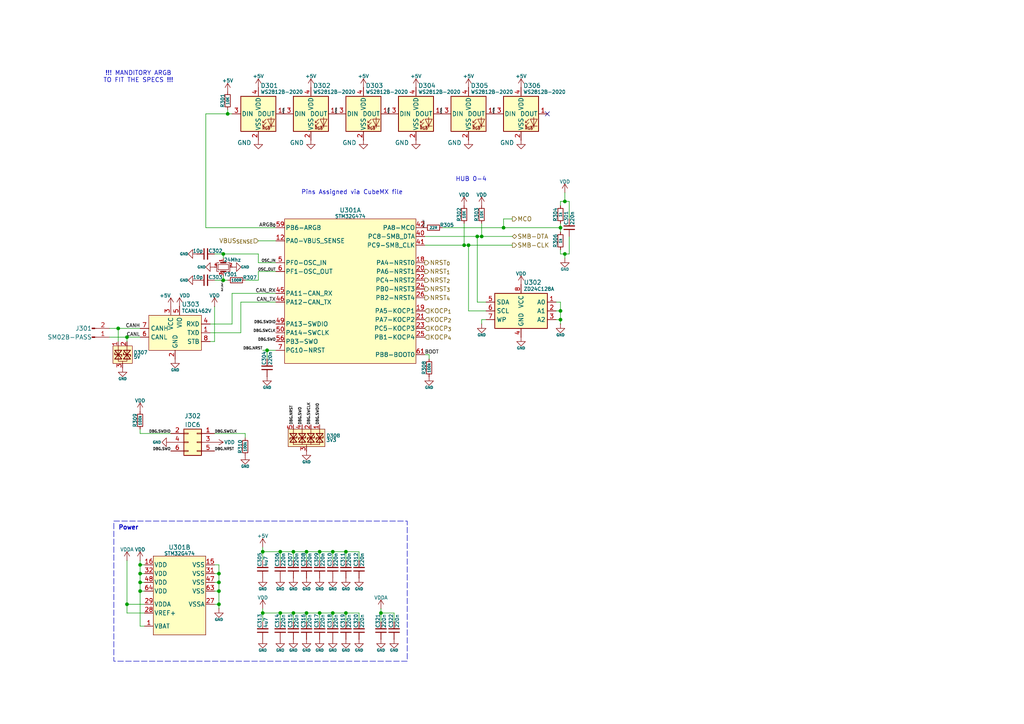
<source format=kicad_sch>
(kicad_sch (version 20250114) (generator "eeschema") (generator_version "9.0")
  (paper "A4")
  (rectangle (start 33.02 151.13) (end 118.11 191.77) (stroke (width 0) (type dash)))
  (text "HUB 0-4" (at 136.652 52.07 0) (effects (font (size 1.27 1.27))))
  (text "!!! MANDITORY ARGB\nTO FIT THE SPECS !!!" (at 40.132 22.352 0) (effects (font (size 1.27 1.27))))
  (text "Power" (at 34.29 152.4 0) (effects (font (size 1.27 1.27) (thickness 0.254) (bold yes)) (justify left top)))
  (text "Pins Assigned via CubeMX file" (at 102.108 55.88 0) (effects (font (size 1.27 1.27))))
  (junction (at 63.5 171.45))
  (junction (at 134.62 71.12))
  (junction (at 88.9 160.02))
  (junction (at 63.5 168.91))
  (junction (at 85.09 160.02))
  (junction (at 76.2 160.02))
  (junction (at 110.49 177.8))
  (junction (at 135.89 71.12))
  (junction (at 76.2 177.8))
  (junction (at 146.05 66.04))
  (junction (at 100.33 160.02))
  (junction (at 34.29 95.25))
  (junction (at 92.71 177.8))
  (junction (at 81.28 160.02))
  (junction (at 85.09 177.8))
  (junction (at 36.83 97.79))
  (junction (at 63.5 166.37))
  (junction (at 63.5 175.26))
  (junction (at 40.64 166.37))
  (junction (at 138.43 68.58))
  (junction (at 64.77 73.66))
  (junction (at 40.64 171.45))
  (junction (at 66.04 33.02))
  (junction (at 163.83 73.66))
  (junction (at 81.28 177.8))
  (junction (at 40.64 163.83))
  (junction (at 77.47 101.6))
  (junction (at 40.64 168.91))
  (junction (at 88.9 177.8))
  (junction (at 163.83 58.42))
  (junction (at 162.56 66.04))
  (junction (at 64.77 81.28))
  (junction (at 162.56 90.17))
  (junction (at 92.71 160.02))
  (junction (at 36.83 175.26))
  (junction (at 96.52 160.02))
  (junction (at 162.56 92.71))
  (junction (at 139.7 68.58))
  (junction (at 96.52 177.8))
  (junction (at 100.33 177.8))
  (no_connect (at 158.75 33.02))
  (wire (pts (xy 163.83 58.42) (xy 162.56 58.42)))
  (wire (pts (xy 96.52 177.8) (xy 100.33 177.8)))
  (wire (pts (xy 74.93 81.28) (xy 74.93 78.74)))
  (wire (pts (xy 40.64 166.37) (xy 40.64 168.91)))
  (wire (pts (xy 31.75 97.79) (xy 36.83 97.79)))
  (wire (pts (xy 104.14 177.8) (xy 104.14 180.34)))
  (wire (pts (xy 63.5 166.37) (xy 63.5 168.91)))
  (wire (pts (xy 162.56 90.17) (xy 162.56 92.71)))
  (wire (pts (xy 63.5 175.26) (xy 63.5 176.53)))
  (wire (pts (xy 69.85 87.63) (xy 69.85 96.52)))
  (wire (pts (xy 162.56 87.63) (xy 162.56 90.17)))
  (wire (pts (xy 162.56 92.71) (xy 162.56 93.98)))
  (wire (pts (xy 59.69 33.02) (xy 66.04 33.02)))
  (wire (pts (xy 62.23 171.45) (xy 63.5 171.45)))
  (wire (pts (xy 104.14 160.02) (xy 104.14 162.56)))
  (wire (pts (xy 36.83 97.79) (xy 36.83 99.06)))
  (wire (pts (xy 40.64 162.56) (xy 40.64 163.83)))
  (wire (pts (xy 134.62 71.12) (xy 135.89 71.12)))
  (wire (pts (xy 76.2 177.8) (xy 81.28 177.8)))
  (wire (pts (xy 64.77 81.28) (xy 66.04 81.28)))
  (wire (pts (xy 123.19 68.58) (xy 138.43 68.58)))
  (wire (pts (xy 76.2 160.02) (xy 76.2 162.56)))
  (wire (pts (xy 161.29 92.71) (xy 162.56 92.71)))
  (wire (pts (xy 163.83 73.66) (xy 162.56 73.66)))
  (wire (pts (xy 123.19 71.12) (xy 134.62 71.12)))
  (wire (pts (xy 40.64 168.91) (xy 41.91 168.91)))
  (wire (pts (xy 67.31 85.09) (xy 67.31 93.98)))
  (wire (pts (xy 110.49 176.53) (xy 110.49 177.8)))
  (wire (pts (xy 135.89 90.17) (xy 135.89 71.12)))
  (wire (pts (xy 67.31 93.98) (xy 60.96 93.98)))
  (wire (pts (xy 100.33 160.02) (xy 104.14 160.02)))
  (wire (pts (xy 41.91 181.61) (xy 40.64 181.61)))
  (wire (pts (xy 74.93 76.2) (xy 80.01 76.2)))
  (wire (pts (xy 134.62 64.77) (xy 134.62 71.12)))
  (wire (pts (xy 162.56 73.66) (xy 162.56 72.39)))
  (wire (pts (xy 69.85 96.52) (xy 60.96 96.52)))
  (wire (pts (xy 34.29 95.25) (xy 40.64 95.25)))
  (wire (pts (xy 165.1 58.42) (xy 165.1 63.5)))
  (wire (pts (xy 100.33 177.8) (xy 100.33 180.34)))
  (wire (pts (xy 80.01 85.09) (xy 67.31 85.09)))
  (wire (pts (xy 81.28 177.8) (xy 85.09 177.8)))
  (wire (pts (xy 80.01 66.04) (xy 59.69 66.04)))
  (wire (pts (xy 162.56 64.77) (xy 162.56 66.04)))
  (wire (pts (xy 140.97 87.63) (xy 138.43 87.63)))
  (wire (pts (xy 40.64 124.46) (xy 40.64 125.73)))
  (wire (pts (xy 40.64 125.73) (xy 49.53 125.73)))
  (wire (pts (xy 41.91 177.8) (xy 36.83 177.8)))
  (wire (pts (xy 66.04 31.75) (xy 66.04 33.02)))
  (wire (pts (xy 88.9 160.02) (xy 88.9 162.56)))
  (wire (pts (xy 162.56 58.42) (xy 162.56 59.69)))
  (wire (pts (xy 74.93 76.2) (xy 74.93 73.66)))
  (wire (pts (xy 76.2 177.8) (xy 76.2 180.34)))
  (wire (pts (xy 74.93 69.85) (xy 80.01 69.85)))
  (wire (pts (xy 31.75 95.25) (xy 34.29 95.25)))
  (wire (pts (xy 88.9 160.02) (xy 92.71 160.02)))
  (wire (pts (xy 96.52 160.02) (xy 96.52 162.56)))
  (wire (pts (xy 40.64 168.91) (xy 40.64 171.45)))
  (wire (pts (xy 66.04 33.02) (xy 67.31 33.02)))
  (wire (pts (xy 165.1 68.58) (xy 165.1 73.66)))
  (wire (pts (xy 148.59 63.5) (xy 146.05 63.5)))
  (wire (pts (xy 146.05 66.04) (xy 162.56 66.04)))
  (wire (pts (xy 62.23 99.06) (xy 62.23 88.9)))
  (wire (pts (xy 76.2 160.02) (xy 81.28 160.02)))
  (wire (pts (xy 62.23 175.26) (xy 63.5 175.26)))
  (wire (pts (xy 36.83 97.79) (xy 40.64 97.79)))
  (wire (pts (xy 71.12 81.28) (xy 74.93 81.28)))
  (wire (pts (xy 165.1 58.42) (xy 163.83 58.42)))
  (wire (pts (xy 63.5 168.91) (xy 63.5 171.45)))
  (wire (pts (xy 62.23 163.83) (xy 63.5 163.83)))
  (wire (pts (xy 88.9 177.8) (xy 88.9 180.34)))
  (wire (pts (xy 135.89 71.12) (xy 148.59 71.12)))
  (wire (pts (xy 63.5 163.83) (xy 63.5 166.37)))
  (wire (pts (xy 162.56 66.04) (xy 162.56 67.31)))
  (wire (pts (xy 41.91 163.83) (xy 40.64 163.83)))
  (wire (pts (xy 36.83 175.26) (xy 41.91 175.26)))
  (wire (pts (xy 71.12 125.73) (xy 71.12 127)))
  (wire (pts (xy 92.71 177.8) (xy 96.52 177.8)))
  (wire (pts (xy 62.23 166.37) (xy 63.5 166.37)))
  (wire (pts (xy 85.09 177.8) (xy 85.09 180.34)))
  (wire (pts (xy 62.23 168.91) (xy 63.5 168.91)))
  (wire (pts (xy 63.5 171.45) (xy 63.5 175.26)))
  (wire (pts (xy 100.33 160.02) (xy 100.33 162.56)))
  (wire (pts (xy 88.9 177.8) (xy 92.71 177.8)))
  (wire (pts (xy 110.49 177.8) (xy 110.49 180.34)))
  (wire (pts (xy 81.28 177.8) (xy 81.28 180.34)))
  (wire (pts (xy 62.23 125.73) (xy 71.12 125.73)))
  (wire (pts (xy 40.64 166.37) (xy 41.91 166.37)))
  (wire (pts (xy 85.09 177.8) (xy 88.9 177.8)))
  (wire (pts (xy 40.64 163.83) (xy 40.64 166.37)))
  (wire (pts (xy 139.7 92.71) (xy 139.7 93.98)))
  (wire (pts (xy 96.52 160.02) (xy 100.33 160.02)))
  (wire (pts (xy 146.05 63.5) (xy 146.05 66.04)))
  (wire (pts (xy 162.56 87.63) (xy 161.29 87.63)))
  (wire (pts (xy 59.69 66.04) (xy 59.69 33.02)))
  (wire (pts (xy 123.19 102.87) (xy 124.46 102.87)))
  (wire (pts (xy 92.71 177.8) (xy 92.71 180.34)))
  (wire (pts (xy 138.43 87.63) (xy 138.43 68.58)))
  (wire (pts (xy 163.83 55.88) (xy 163.83 58.42)))
  (wire (pts (xy 140.97 90.17) (xy 135.89 90.17)))
  (wire (pts (xy 140.97 92.71) (xy 139.7 92.71)))
  (wire (pts (xy 128.27 66.04) (xy 146.05 66.04)))
  (wire (pts (xy 36.83 162.56) (xy 36.83 175.26)))
  (wire (pts (xy 62.23 73.66) (xy 64.77 73.66)))
  (wire (pts (xy 62.23 81.28) (xy 64.77 81.28)))
  (wire (pts (xy 96.52 177.8) (xy 96.52 180.34)))
  (wire (pts (xy 165.1 73.66) (xy 163.83 73.66)))
  (wire (pts (xy 40.64 171.45) (xy 40.64 181.61)))
  (wire (pts (xy 76.2 176.53) (xy 76.2 177.8)))
  (wire (pts (xy 163.83 73.66) (xy 163.83 74.93)))
  (wire (pts (xy 60.96 99.06) (xy 62.23 99.06)))
  (wire (pts (xy 36.83 177.8) (xy 36.83 175.26)))
  (wire (pts (xy 139.7 64.77) (xy 139.7 68.58)))
  (wire (pts (xy 139.7 68.58) (xy 148.59 68.58)))
  (wire (pts (xy 34.29 95.25) (xy 34.29 99.06)))
  (wire (pts (xy 64.77 73.66) (xy 64.77 74.93)))
  (wire (pts (xy 81.28 160.02) (xy 81.28 162.56)))
  (wire (pts (xy 92.71 160.02) (xy 92.71 162.56)))
  (wire (pts (xy 77.47 101.6) (xy 80.01 101.6)))
  (wire (pts (xy 114.3 177.8) (xy 110.49 177.8)))
  (wire (pts (xy 76.2 101.6) (xy 77.47 101.6)))
  (wire (pts (xy 92.71 160.02) (xy 96.52 160.02)))
  (wire (pts (xy 64.77 73.66) (xy 74.93 73.66)))
  (wire (pts (xy 76.2 158.75) (xy 76.2 160.02)))
  (wire (pts (xy 64.77 80.01) (xy 64.77 81.28)))
  (wire (pts (xy 138.43 68.58) (xy 139.7 68.58)))
  (wire (pts (xy 124.46 102.87) (xy 124.46 104.14)))
  (wire (pts (xy 74.93 78.74) (xy 80.01 78.74)))
  (wire (pts (xy 161.29 90.17) (xy 162.56 90.17)))
  (wire (pts (xy 40.64 171.45) (xy 41.91 171.45)))
  (wire (pts (xy 85.09 160.02) (xy 85.09 162.56)))
  (wire (pts (xy 114.3 180.34) (xy 114.3 177.8)))
  (wire (pts (xy 80.01 87.63) (xy 69.85 87.63)))
  (wire (pts (xy 100.33 177.8) (xy 104.14 177.8)))
  (wire (pts (xy 81.28 160.02) (xy 85.09 160.02)))
  (wire (pts (xy 77.47 101.6) (xy 77.47 104.14)))
  (wire (pts (xy 85.09 160.02) (xy 88.9 160.02)))
  (label "OSC_IN" (at 80.01 76.2 180) (effects (font (size 0.762 0.762))))
  (label "DBG.SWO" (at 80.01 99.06 180) (effects (font (size 0.762 0.762))))
  (label "ARGB_{2}" (at 97.79 33.02 90) (effects (font (size 0.381 0.381))))
  (label "ARGB_{1}" (at 82.55 33.02 90) (effects (font (size 0.381 0.381))))
  (label "CANH" (at 40.64 95.25 180) (effects (font (size 1.016 1.016))))
  (label "CAN_TX" (at 80.01 87.63 180) (effects (font (size 1.016 1.016))))
  (label "DBG.NRST" (at 62.23 130.81 0) (effects (font (size 0.762 0.762))))
  (label "DBG.SWO" (at 87.63 123.19 90) (effects (font (size 0.762 0.762))))
  (label "ARGB_{4}" (at 128.27 33.02 90) (effects (font (size 0.381 0.381))))
  (label "DBG.SWDIO" (at 92.71 123.19 90) (effects (font (size 0.762 0.762))))
  (label "DBG.SWCLK" (at 80.01 96.52 180) (effects (font (size 0.762 0.762))))
  (label "DBG.SWDIO" (at 49.53 125.73 180) (effects (font (size 0.762 0.762))))
  (label "OUT_OUT_R" (at 64.77 81.28 270) (effects (font (size 0.381 0.381))))
  (label "DBG.SWDIO" (at 80.01 93.98 180) (effects (font (size 0.762 0.762))))
  (label "CAN_RX" (at 80.01 85.09 180) (effects (font (size 1.016 1.016))))
  (label "ARGB_{3}" (at 113.03 33.02 90) (effects (font (size 0.381 0.381))))
  (label "DBG.NRST" (at 76.2 101.6 180) (effects (font (size 0.762 0.762))))
  (label "CANL" (at 40.64 97.79 180) (effects (font (size 1.016 1.016))))
  (label "MCO_UT" (at 123.19 66.04 90) (effects (font (size 0.381 0.381))))
  (label "DBG.SWCLK" (at 62.23 125.73 0) (effects (font (size 0.762 0.762))))
  (label "BOOT" (at 123.19 102.87 0) (effects (font (size 1.016 1.016))))
  (label "DBG.NRST" (at 85.09 123.19 90) (effects (font (size 0.762 0.762))))
  (label "DBG.SWCLK" (at 90.17 123.19 90) (effects (font (size 0.762 0.762))))
  (label "ARGB_{0}" (at 80.01 66.04 180) (effects (font (size 1.016 1.016))))
  (label "DBG.SWO" (at 49.53 130.81 180) (effects (font (size 0.762 0.762))))
  (label "ARGB_{5}" (at 143.51 33.02 90) (effects (font (size 0.381 0.381))))
  (label "OSC_OUT" (at 80.01 78.74 180) (effects (font (size 0.762 0.762))))
  (hierarchical_label "SMB-CLK" (shape output) (at 148.59 71.12 0))
  (hierarchical_label "VBUS_{SENSE}" (shape input) (at 74.93 69.85 180))
  (hierarchical_label "NRST_{0}" (shape output) (at 123.19 76.2 0))
  (hierarchical_label "KOCP_{1}" (shape input) (at 123.19 90.17 0))
  (hierarchical_label "KOCP_{4}" (shape input) (at 123.19 97.79 0))
  (hierarchical_label "NRST_{4}" (shape output) (at 123.19 86.36 0))
  (hierarchical_label "KOCP_{3}" (shape input) (at 123.19 95.25 0))
  (hierarchical_label "MCO" (shape output) (at 148.59 63.5 0))
  (hierarchical_label "NRST_{1}" (shape output) (at 123.19 78.74 0))
  (hierarchical_label "KOCP_{2}" (shape input) (at 123.19 92.71 0))
  (hierarchical_label "NRST_{3}" (shape output) (at 123.19 83.82 0))
  (hierarchical_label "SMB-DTA" (shape bidirectional) (at 148.59 68.58 0))
  (hierarchical_label "NRST_{2}" (shape output) (at 123.19 81.28 0))
  (symbol (lib_id "Bluesat:C_CompactV") (at 104.14 182.88 0) (unit 1)
    (property "Reference" "C320" (at 103.251 182.118 90) (effects (font (size 1.016 1.016)) (justify left)))
    (property "Value" "220n" (at 105.029 182.118 90) (effects (font (size 1.016 1.016)) (justify left)))
    (property "Footprint" "Capacitor_SMD:C_0402_1005Metric" (effects (hide yes)))
    (property "Description" "Unpolarized capacitor, compact symbol" (effects (hide yes)))
  )
  (symbol (lib_id "power:VDD") (at 52.07 88.9 0) (unit 1)
    (property "Reference" "#PWR0324" (effects (hide yes)))
    (property "Value" "VDD" (at 52.07 85.725 0) (effects (font (size 1.016 1.016)) (justify left)))
    (property "Description" "Power symbol creates a global label with name \"VDD\"" (effects (hide yes)))
  )
  (symbol (lib_id "power:GND") (at 76.2 167.64 0) (mirror y) (unit 1)
    (property "Reference" "#PWR0341" (effects (hide yes)))
    (property "Value" "GND" (at 76.2 170.815 0) (effects (font (size 0.762 0.762))))
    (property "Description" "Power symbol creates a global label with name \"GND\" , ground" (effects (hide yes)))
  )
  (symbol (lib_id "Bluesat:D_TVS_Dual_Compact") (at 35.56 102.87 0) (unit 1)
    (property "Reference" "D307" (at 38.735 102.235 0) (effects (font (size 1.016 1.016)) (justify left)))
    (property "Value" "5V" (at 38.735 103.505 0) (effects (font (size 1.016 1.016)) (justify left)))
    (property "Footprint" "Package_TO_SOT_SMD:SOT-523" (effects (hide yes)))
    (property "Description" "Dual bidirectional transient-voltage-suppression diode, compact symbol" (effects (hide yes)))
  )
  (symbol (lib_id "power:GND") (at 85.09 185.42 0) (mirror y) (unit 1)
    (property "Reference" "#PWR0354" (effects (hide yes)))
    (property "Value" "GND" (at 85.09 188.595 0) (effects (font (size 0.762 0.762))))
    (property "Description" "Power symbol creates a global label with name \"GND\" , ground" (effects (hide yes)))
  )
  (symbol (lib_id "Bluesat:C_CompactV") (at 96.52 182.88 0) (unit 1)
    (property "Reference" "C318" (at 95.631 182.118 90) (effects (font (size 1.016 1.016)) (justify left)))
    (property "Value" "220n" (at 97.409 182.118 90) (effects (font (size 1.016 1.016)) (justify left)))
    (property "Footprint" "Capacitor_SMD:C_0402_1005Metric" (effects (hide yes)))
    (property "Description" "Unpolarized capacitor, compact symbol" (effects (hide yes)))
  )
  (symbol (lib_id "Bluesat:C_CompactV") (at 76.2 165.1 0) (unit 1)
    (property "Reference" "C305" (at 75.311 164.338 90) (effects (font (size 1.016 1.016)) (justify left)))
    (property "Value" "4u7" (at 77.089 164.338 90) (effects (font (size 1.016 1.016)) (justify left)))
    (property "Footprint" "Capacitor_SMD:C_0402_1005Metric" (effects (hide yes)))
    (property "Description" "Unpolarized capacitor, compact symbol" (effects (hide yes)))
  )
  (symbol (lib_id "power:+5V") (at 120.65 25.4 0) (unit 1)
    (property "Reference" "#PWR0304" (effects (hide yes)))
    (property "Value" "+5V" (at 120.65 22.098 0) (effects (font (size 1.016 1.016))))
    (property "Description" "Power symbol creates a global label with name \"+5V\"" (effects (hide yes)))
  )
  (symbol (lib_id "power:VDD") (at 40.64 162.56 0) (unit 1)
    (property "Reference" "#PWR0340" (effects (hide yes)))
    (property "Value" "VDD" (at 40.64 159.385 0) (effects (font (size 1.016 1.016))))
    (property "Description" "Power symbol creates a global label with name \"VDD\"" (effects (hide yes)))
  )
  (symbol (lib_id "power:+5V") (at 151.13 25.4 0) (unit 1)
    (property "Reference" "#PWR0306" (effects (hide yes)))
    (property "Value" "+5V" (at 151.13 22.098 0) (effects (font (size 1.016 1.016))))
    (property "Description" "Power symbol creates a global label with name \"+5V\"" (effects (hide yes)))
  )
  (symbol (lib_id "power:VDD") (at 163.83 55.88 0) (mirror y) (unit 1)
    (property "Reference" "#PWR0314" (effects (hide yes)))
    (property "Value" "VDD" (at 163.83 52.705 0) (effects (font (size 1.016 1.016))))
    (property "Description" "Power symbol creates a global label with name \"VDD\"" (effects (hide yes)))
  )
  (symbol (lib_id "power:GND") (at 139.7 93.98 0) (mirror y) (unit 1)
    (property "Reference" "#PWR0326" (effects (hide yes)))
    (property "Value" "GND" (at 139.7 97.155 0) (effects (font (size 0.762 0.762))))
    (property "Description" "Power symbol creates a global label with name \"GND\" , ground" (effects (hide yes)))
  )
  (symbol (lib_id "power:VDD") (at 62.23 88.9 0) (unit 1)
    (property "Reference" "#PWR0325" (effects (hide yes)))
    (property "Value" "VDD" (at 62.23 85.725 0) (effects (font (size 1.016 1.016))))
    (property "Description" "Power symbol creates a global label with name \"VDD\"" (effects (hide yes)))
  )
  (symbol (lib_id "Bluesat:R_CompactV") (at 134.62 62.23 0) (unit 1)
    (property "Reference" "R302" (at 133.731 62.23 90) (effects (font (size 1.016 1.016)) (justify bottom)))
    (property "Value" "10K" (at 134.62 62.23 90) (effects (font (size 0.762 0.762))))
    (property "Footprint" "Resistor_SMD:R_0402_1005Metric" (effects (hide yes)))
    (property "Description" "Resistor, compact symbol" (effects (hide yes)))
  )
  (symbol (lib_id "LED:WS2812B-2020") (at 135.89 33.02 0) (unit 1)
    (property "Reference" "D305" (at 136.525 24.8352 0) (effects (justify left)))
    (property "Value" "WS2812B-2020" (at 136.525 26.67 0) (effects (font (size 1.016 1.016)) (justify left)))
    (property "Footprint" "LED_SMD:LED_WS2812B-2020_PLCC4_2.0x2.0mm" (effects (hide yes)))
    (property "Datasheet" "https://cdn-shop.adafruit.com/product-files/4684/4684_WS2812B-2020_V1.3_EN.pdf" (effects (hide yes)))
    (property "Description" "RGB LED with integrated controller, 2.0 x 2.0 mm, 12 mA" (effects (hide yes)))
  )
  (symbol (lib_id "power:+5V") (at 135.89 25.4 0) (unit 1)
    (property "Reference" "#PWR0305" (effects (hide yes)))
    (property "Value" "+5V" (at 135.89 22.098 0) (effects (font (size 1.016 1.016))))
    (property "Description" "Power symbol creates a global label with name \"+5V\"" (effects (hide yes)))
  )
  (symbol (lib_id "power:VDD") (at 62.23 128.27 270) (unit 1)
    (property "Reference" "#PWR0335" (effects (hide yes)))
    (property "Value" "VDD" (at 65.024 128.27 90) (effects (font (size 1.016 1.016)) (justify left)))
    (property "Description" "Power symbol creates a global label with name \"VDD\"" (effects (hide yes)))
  )
  (symbol (lib_id "power:GND") (at 114.3 185.42 0) (mirror y) (unit 1)
    (property "Reference" "#PWR0361" (effects (hide yes)))
    (property "Value" "GND" (at 114.3 188.595 0) (effects (font (size 0.762 0.762))))
    (property "Description" "Power symbol creates a global label with name \"GND\" , ground" (effects (hide yes)))
  )
  (symbol (lib_id "power:GND") (at 104.14 167.64 0) (mirror y) (unit 1)
    (property "Reference" "#PWR0348" (effects (hide yes)))
    (property "Value" "GND" (at 104.14 170.815 0) (effects (font (size 0.762 0.762))))
    (property "Description" "Power symbol creates a global label with name \"GND\" , ground" (effects (hide yes)))
  )
  (symbol (lib_id "power:GND") (at 151.13 97.79 0) (mirror y) (unit 1)
    (property "Reference" "#PWR0328" (effects (hide yes)))
    (property "Value" "GND" (at 151.13 100.965 0) (effects (font (size 0.762 0.762))))
    (property "Description" "Power symbol creates a global label with name \"GND\" , ground" (effects (hide yes)))
  )
  (symbol (lib_id "power:GND") (at 81.28 167.64 0) (mirror y) (unit 1)
    (property "Reference" "#PWR0342" (effects (hide yes)))
    (property "Value" "GND" (at 81.28 170.815 0) (effects (font (size 0.762 0.762))))
    (property "Description" "Power symbol creates a global label with name \"GND\" , ground" (effects (hide yes)))
  )
  (symbol (lib_id "power:GND") (at 74.93 40.64 0) (unit 1)
    (property "Reference" "#PWR0308" (effects (hide yes)))
    (property "Value" "GND" (at 70.866 41.402 0))
    (property "Description" "Power symbol creates a global label with name \"GND\" , ground" (effects (hide yes)))
  )
  (symbol (lib_id "Bluesat:R_CompactH") (at 125.73 66.04 0) (unit 1)
    (property "Reference" "R305" (at 127.5715 65.8495 0) (effects (font (size 1.016 1.016)) (justify left bottom)))
    (property "Value" "22R" (at 125.73 66.04 0) (effects (font (size 0.762 0.762))))
    (property "Footprint" "Resistor_SMD:R_0402_1005Metric" (effects (hide yes)))
    (property "Description" "Resistor, compact symbol" (effects (hide yes)))
  )
  (symbol (lib_id "power:GND") (at 92.71 185.42 0) (mirror y) (unit 1)
    (property "Reference" "#PWR0356" (effects (hide yes)))
    (property "Value" "GND" (at 92.71 188.595 0) (effects (font (size 0.762 0.762))))
    (property "Description" "Power symbol creates a global label with name \"GND\" , ground" (effects (hide yes)))
  )
  (symbol (lib_id "power:VDD") (at 40.64 119.38 0) (unit 1)
    (property "Reference" "#PWR0333" (effects (hide yes)))
    (property "Value" "VDD" (at 40.64 116.205 0) (effects (font (size 1.016 1.016))))
    (property "Description" "Power symbol creates a global label with name \"VDD\"" (effects (hide yes)))
  )
  (symbol (lib_id "Bluesat:C_CompactV") (at 85.09 182.88 0) (unit 1)
    (property "Reference" "C315" (at 84.201 182.118 90) (effects (font (size 1.016 1.016)) (justify left)))
    (property "Value" "220n" (at 85.979 182.118 90) (effects (font (size 1.016 1.016)) (justify left)))
    (property "Footprint" "Capacitor_SMD:C_0402_1005Metric" (effects (hide yes)))
    (property "Description" "Unpolarized capacitor, compact symbol" (effects (hide yes)))
  )
  (symbol (lib_id "power:+5V") (at 90.17 25.4 0) (unit 1)
    (property "Reference" "#PWR0302" (effects (hide yes)))
    (property "Value" "+5V" (at 90.17 22.098 0) (effects (font (size 1.016 1.016))))
    (property "Description" "Power symbol creates a global label with name \"+5V\"" (effects (hide yes)))
  )
  (symbol (lib_id "Bluesat:C_CompactV") (at 77.47 106.68 0) (unit 1)
    (property "Reference" "C304" (at 76.581 105.918 90) (effects (font (size 1.016 1.016)) (justify left)))
    (property "Value" "220n" (at 78.359 105.918 90) (effects (font (size 1.016 1.016)) (justify left)))
    (property "Footprint" "Capacitor_SMD:C_0402_1005Metric" (effects (hide yes)))
    (property "Description" "Unpolarized capacitor, compact symbol" (effects (hide yes)))
  )
  (symbol (lib_id "power:GND") (at 63.5 176.53 0) (mirror y) (unit 1)
    (property "Reference" "#PWR0349" (effects (hide yes)))
    (property "Value" "GND" (at 63.5 179.705 0) (effects (font (size 0.762 0.762))))
    (property "Description" "Power symbol creates a global label with name \"GND\" , ground" (effects (hide yes)))
  )
  (symbol (lib_id "power:GND") (at 96.52 185.42 0) (mirror y) (unit 1)
    (property "Reference" "#PWR0357" (effects (hide yes)))
    (property "Value" "GND" (at 96.52 188.595 0) (effects (font (size 0.762 0.762))))
    (property "Description" "Power symbol creates a global label with name \"GND\" , ground" (effects (hide yes)))
  )
  (symbol (lib_id "power:GND") (at 104.14 185.42 0) (mirror y) (unit 1)
    (property "Reference" "#PWR0359" (effects (hide yes)))
    (property "Value" "GND" (at 104.14 188.595 0) (effects (font (size 0.762 0.762))))
    (property "Description" "Power symbol creates a global label with name \"GND\" , ground" (effects (hide yes)))
  )
  (symbol (lib_id "power:GND") (at 35.56 106.68 0) (unit 1)
    (property "Reference" "#PWR0330" (effects (hide yes)))
    (property "Value" "GND" (at 35.56 109.855 0) (effects (font (size 0.762 0.762))))
    (property "Description" "Power symbol creates a global label with name \"GND\" , ground" (effects (hide yes)))
  )
  (symbol (lib_id "power:+5V") (at 105.41 25.4 0) (unit 1)
    (property "Reference" "#PWR0303" (effects (hide yes)))
    (property "Value" "+5V" (at 105.41 22.098 0) (effects (font (size 1.016 1.016))))
    (property "Description" "Power symbol creates a global label with name \"+5V\"" (effects (hide yes)))
  )
  (symbol (lib_id "Bluesat:C_CompactV") (at 92.71 165.1 0) (unit 1)
    (property "Reference" "C309" (at 91.821 164.338 90) (effects (font (size 1.016 1.016)) (justify left)))
    (property "Value" "220n" (at 93.599 164.338 90) (effects (font (size 1.016 1.016)) (justify left)))
    (property "Footprint" "Capacitor_SMD:C_0402_1005Metric" (effects (hide yes)))
    (property "Description" "Unpolarized capacitor, compact symbol" (effects (hide yes)))
  )
  (symbol (lib_id "Bluesat:C_CompactV") (at 81.28 165.1 0) (unit 1)
    (property "Reference" "C306" (at 80.391 164.338 90) (effects (font (size 1.016 1.016)) (justify left)))
    (property "Value" "220n" (at 82.169 164.338 90) (effects (font (size 1.016 1.016)) (justify left)))
    (property "Footprint" "Capacitor_SMD:C_0402_1005Metric" (effects (hide yes)))
    (property "Description" "Unpolarized capacitor, compact symbol" (effects (hide yes)))
  )
  (symbol (lib_id "Bluesat:STM32G474_UsbHub") (at 101.6 63.5 0) (unit 1)
    (property "Reference" "U301" (at 101.6 60.96 0))
    (property "Value" "STM32G474" (at 101.6 62.738 0) (effects (font (size 1.016 1.016))))
    (property "Footprint" "LQFP64-10x10mm" (effects (hide yes)))
    (property "Datasheet" "STM32G474RBT3" (effects (hide yes)))
  )
  (symbol (lib_id "power:GND") (at 76.2 185.42 0) (mirror y) (unit 1)
    (property "Reference" "#PWR0352" (effects (hide yes)))
    (property "Value" "GND" (at 76.2 188.595 0) (effects (font (size 0.762 0.762))))
    (property "Description" "Power symbol creates a global label with name \"GND\" , ground" (effects (hide yes)))
  )
  (symbol (lib_id "Bluesat:C_CompactH") (at 59.69 81.28 0) (unit 1)
    (property "Reference" "C303" (at 60.452 80.391 0) (effects (font (size 1.016 1.016)) (justify left)))
    (property "Value" "10p" (at 58.928 80.391 0) (effects (font (size 1.016 1.016)) (justify right)))
    (property "Footprint" "Capacitor_SMD:C_0402_1005Metric" (effects (hide yes)))
    (property "Description" "Unpolarized capacitor, compact symbol" (effects (hide yes)))
  )
  (symbol (lib_id "power:GND") (at 110.49 185.42 0) (mirror y) (unit 1)
    (property "Reference" "#PWR0360" (effects (hide yes)))
    (property "Value" "GND" (at 110.49 188.595 0) (effects (font (size 0.762 0.762))))
    (property "Description" "Power symbol creates a global label with name \"GND\" , ground" (effects (hide yes)))
  )
  (symbol (lib_id "Bluesat:R_CompactV") (at 71.12 129.54 0) (unit 1)
    (property "Reference" "R310" (at 70.231 129.54 90) (effects (font (size 1.016 1.016)) (justify bottom)))
    (property "Value" "100k" (at 71.12 129.54 90) (effects (font (size 0.762 0.762))))
    (property "Footprint" "Resistor_SMD:R_0402_1005Metric" (effects (hide yes)))
    (property "Description" "Resistor, compact symbol" (effects (hide yes)))
  )
  (symbol (lib_id "power:GND") (at 135.89 40.64 0) (unit 1)
    (property "Reference" "#PWR0312" (effects (hide yes)))
    (property "Value" "GND" (at 131.826 41.402 0))
    (property "Description" "Power symbol creates a global label with name \"GND\" , ground" (effects (hide yes)))
  )
  (symbol (lib_id "power:GND") (at 81.28 185.42 0) (mirror y) (unit 1)
    (property "Reference" "#PWR0353" (effects (hide yes)))
    (property "Value" "GND" (at 81.28 188.595 0) (effects (font (size 0.762 0.762))))
    (property "Description" "Power symbol creates a global label with name \"GND\" , ground" (effects (hide yes)))
  )
  (symbol (lib_id "Bluesat:C_CompactV") (at 81.28 182.88 0) (unit 1)
    (property "Reference" "C314" (at 80.391 182.118 90) (effects (font (size 1.016 1.016)) (justify left)))
    (property "Value" "220n" (at 82.169 182.118 90) (effects (font (size 1.016 1.016)) (justify left)))
    (property "Footprint" "Capacitor_SMD:C_0402_1005Metric" (effects (hide yes)))
    (property "Description" "Unpolarized capacitor, compact symbol" (effects (hide yes)))
  )
  (symbol (lib_id "Bluesat:R_CompactV") (at 40.64 121.92 0) (unit 1)
    (property "Reference" "R309" (at 39.751 121.92 90) (effects (font (size 1.016 1.016)) (justify bottom)))
    (property "Value" "100k" (at 40.64 121.92 90) (effects (font (size 0.762 0.762))))
    (property "Footprint" "Resistor_SMD:R_0402_1005Metric" (effects (hide yes)))
    (property "Description" "Resistor, compact symbol" (effects (hide yes)))
  )
  (symbol (lib_id "power:GND") (at 88.9 167.64 0) (mirror y) (unit 1)
    (property "Reference" "#PWR0344" (effects (hide yes)))
    (property "Value" "GND" (at 88.9 170.815 0) (effects (font (size 0.762 0.762))))
    (property "Description" "Power symbol creates a global label with name \"GND\" , ground" (effects (hide yes)))
  )
  (symbol (lib_id "power:VDD") (at 76.2 176.53 0) (unit 1)
    (property "Reference" "#PWR0350" (effects (hide yes)))
    (property "Value" "VDD" (at 76.2 173.355 0) (effects (font (size 1.016 1.016))))
    (property "Description" "Power symbol creates a global label with name \"VDD\"" (effects (hide yes)))
  )
  (symbol (lib_id "Bluesat:C_CompactV") (at 114.3 182.88 0) (unit 1)
    (property "Reference" "C322" (at 113.411 182.118 90) (effects (font (size 1.016 1.016)) (justify left)))
    (property "Value" "220n" (at 115.189 182.118 90) (effects (font (size 1.016 1.016)) (justify left)))
    (property "Footprint" "Capacitor_SMD:C_0402_1005Metric" (effects (hide yes)))
    (property "Description" "Unpolarized capacitor, compact symbol" (effects (hide yes)))
  )
  (symbol (lib_id "power:VDD") (at 151.13 82.55 0) (mirror y) (unit 1)
    (property "Reference" "#PWR0322" (effects (hide yes)))
    (property "Value" "VDD" (at 151.13 79.375 0) (effects (font (size 1.016 1.016))))
    (property "Description" "Power symbol creates a global label with name \"VDD\"" (effects (hide yes)))
  )
  (symbol (lib_id "Bluesat:STM32G474_UsbHub") (at 52.07 161.29 0) (unit 2)
    (property "Reference" "U301" (at 52.07 158.75 0))
    (property "Value" "STM32G474" (at 52.07 160.528 0) (effects (font (size 1.016 1.016))))
    (property "Footprint" "LQFP64-10x10mm" (effects (hide yes)))
    (property "Datasheet" "STM32G474RBT3" (effects (hide yes)))
  )
  (symbol (lib_id "power:GND") (at 85.09 167.64 0) (mirror y) (unit 1)
    (property "Reference" "#PWR0343" (effects (hide yes)))
    (property "Value" "GND" (at 85.09 170.815 0) (effects (font (size 0.762 0.762))))
    (property "Description" "Power symbol creates a global label with name \"GND\" , ground" (effects (hide yes)))
  )
  (symbol (lib_id "power:GND") (at 88.9 130.81 0) (mirror y) (unit 1)
    (property "Reference" "#PWR0336" (effects (hide yes)))
    (property "Value" "GND" (at 88.9 133.985 0) (effects (font (size 0.762 0.762))))
    (property "Description" "Power symbol creates a global label with name \"GND\" , ground" (effects (hide yes)))
  )
  (symbol (lib_id "power:VDD") (at 134.62 59.69 0) (mirror y) (unit 1)
    (property "Reference" "#PWR0315" (effects (hide yes)))
    (property "Value" "VDD" (at 134.62 56.515 0) (effects (font (size 1.016 1.016))))
    (property "Description" "Power symbol creates a global label with name \"VDD\"" (effects (hide yes)))
  )
  (symbol (lib_id "power:GND") (at 162.56 93.98 0) (mirror y) (unit 1)
    (property "Reference" "#PWR0327" (effects (hide yes)))
    (property "Value" "GND" (at 162.56 97.155 0) (effects (font (size 0.762 0.762))))
    (property "Description" "Power symbol creates a global label with name \"GND\" , ground" (effects (hide yes)))
  )
  (symbol (lib_id "power:VDDA") (at 36.83 162.56 0) (unit 1)
    (property "Reference" "#PWR0339" (effects (hide yes)))
    (property "Value" "VDDA" (at 36.83 159.385 0) (effects (font (size 1.016 1.016))))
    (property "Description" "Power symbol creates a global label with name \"VDDA\"" (effects (hide yes)))
  )
  (symbol (lib_id "Bluesat:C_CompactV") (at 104.14 165.1 0) (unit 1)
    (property "Reference" "C312" (at 103.251 164.338 90) (effects (font (size 1.016 1.016)) (justify left)))
    (property "Value" "220n" (at 105.029 164.338 90) (effects (font (size 1.016 1.016)) (justify left)))
    (property "Footprint" "Capacitor_SMD:C_0402_1005Metric" (effects (hide yes)))
    (property "Description" "Unpolarized capacitor, compact symbol" (effects (hide yes)))
  )
  (symbol (lib_id "power:GND") (at 57.15 73.66 270) (mirror x) (unit 1)
    (property "Reference" "#PWR0317" (effects (hide yes)))
    (property "Value" "GND" (at 54.61 73.66 90) (effects (font (size 0.762 0.762)) (justify right)))
    (property "Description" "Power symbol creates a global label with name \"GND\" , ground" (effects (hide yes)))
  )
  (symbol (lib_id "Bluesat:C_CompactV") (at 100.33 165.1 0) (unit 1)
    (property "Reference" "C311" (at 99.441 164.338 90) (effects (font (size 1.016 1.016)) (justify left)))
    (property "Value" "220n" (at 101.219 164.338 90) (effects (font (size 1.016 1.016)) (justify left)))
    (property "Footprint" "Capacitor_SMD:C_0402_1005Metric" (effects (hide yes)))
    (property "Description" "Unpolarized capacitor, compact symbol" (effects (hide yes)))
  )
  (symbol (lib_id "power:GND") (at 151.13 40.64 0) (unit 1)
    (property "Reference" "#PWR0313" (effects (hide yes)))
    (property "Value" "GND" (at 147.066 41.402 0))
    (property "Description" "Power symbol creates a global label with name \"GND\" , ground" (effects (hide yes)))
  )
  (symbol (lib_id "Bluesat:C_CompactV") (at 110.49 182.88 0) (unit 1)
    (property "Reference" "C321" (at 109.601 182.118 90) (effects (font (size 1.016 1.016)) (justify left)))
    (property "Value" "220n" (at 111.379 182.118 90) (effects (font (size 1.016 1.016)) (justify left)))
    (property "Footprint" "Capacitor_SMD:C_0402_1005Metric" (effects (hide yes)))
    (property "Description" "Unpolarized capacitor, compact symbol" (effects (hide yes)))
  )
  (symbol (lib_id "Bluesat:R_CompactV") (at 162.56 69.85 0) (unit 1)
    (property "Reference" "R306" (at 161.671 69.85 90) (effects (font (size 1.016 1.016)) (justify bottom)))
    (property "Value" "1k" (at 162.56 69.85 90) (effects (font (size 0.762 0.762))))
    (property "Footprint" "Resistor_SMD:R_0402_1005Metric" (effects (hide yes)))
    (property "Description" "Resistor, compact symbol" (effects (hide yes)))
  )
  (symbol (lib_id "Bluesat:C_CompactV") (at 88.9 165.1 0) (unit 1)
    (property "Reference" "C308" (at 88.011 164.338 90) (effects (font (size 1.016 1.016)) (justify left)))
    (property "Value" "220n" (at 89.789 164.338 90) (effects (font (size 1.016 1.016)) (justify left)))
    (property "Footprint" "Capacitor_SMD:C_0402_1005Metric" (effects (hide yes)))
    (property "Description" "Unpolarized capacitor, compact symbol" (effects (hide yes)))
  )
  (symbol (lib_id "Bluesat:TCAN1462V") (at 50.8 96.52 0) (mirror y) (unit 1)
    (property "Reference" "U303" (at 52.705 88.265 0) (effects (justify right)))
    (property "Value" "TCAN1462V" (at 52.705 90.17 0) (effects (font (size 1.016 1.016)) (justify right)))
    (property "Footprint" "Package_SO:SOIC-8_3.9x4.9mm_P1.27mm" (effects (hide yes)))
    (property "Datasheet" "https://www.ti.com/lit/ds/symlink/tcan1462-q1.pdf" (effects (hide yes)))
    (property "Description" "CAN FD Transceiver with Signal Improvement Capability (SIC)" (effects (hide yes)))
  )
  (symbol (lib_id "Memory_EEPROM:24LC128") (at 151.13 90.17 0) (mirror y) (unit 1)
    (property "Reference" "U302" (at 151.892 81.915 0) (effects (justify right)))
    (property "Value" "ZD24C128A" (at 151.892 83.82 0) (effects (font (size 1.016 1.016)) (justify right)))
    (property "Footprint" "Package_SO:TSSOP-8_4.4x3mm_P0.65mm" (effects (hide yes)))
    (property "Datasheet" "http://ww1.microchip.com/downloads/en/DeviceDoc/21191s.pdf" (effects (hide yes)))
    (property "Description" "I2C Serial EEPROM, 128Kb, DIP-8/SOIC-8/TSSOP-8/DFN-8" (effects (hide yes)))
  )
  (symbol (lib_id "power:GND") (at 77.47 109.22 0) (unit 1)
    (property "Reference" "#PWR0331" (effects (hide yes)))
    (property "Value" "GND" (at 77.47 112.395 0) (effects (font (size 0.762 0.762))))
    (property "Description" "Power symbol creates a global label with name \"GND\" , ground" (effects (hide yes)))
  )
  (symbol (lib_id "power:GND") (at 92.71 167.64 0) (mirror y) (unit 1)
    (property "Reference" "#PWR0345" (effects (hide yes)))
    (property "Value" "GND" (at 92.71 170.815 0) (effects (font (size 0.762 0.762))))
    (property "Description" "Power symbol creates a global label with name \"GND\" , ground" (effects (hide yes)))
  )
  (symbol (lib_id "power:VDD") (at 139.7 59.69 0) (mirror y) (unit 1)
    (property "Reference" "#PWR0316" (effects (hide yes)))
    (property "Value" "VDD" (at 139.7 56.515 0) (effects (font (size 1.016 1.016))))
    (property "Description" "Power symbol creates a global label with name \"VDD\"" (effects (hide yes)))
  )
  (symbol (lib_id "power:GND") (at 163.83 74.93 0) (unit 1)
    (property "Reference" "#PWR0318" (effects (hide yes)))
    (property "Value" "GND" (at 163.83 78.105 0) (effects (font (size 0.762 0.762))))
    (property "Description" "Power symbol creates a global label with name \"GND\" , ground" (effects (hide yes)))
  )
  (symbol (lib_id "Bluesat:R_CompactV") (at 139.7 62.23 0) (unit 1)
    (property "Reference" "R303" (at 138.811 62.23 90) (effects (font (size 1.016 1.016)) (justify bottom)))
    (property "Value" "10K" (at 139.7 62.23 90) (effects (font (size 0.762 0.762))))
    (property "Footprint" "Resistor_SMD:R_0402_1005Metric" (effects (hide yes)))
    (property "Description" "Resistor, compact symbol" (effects (hide yes)))
  )
  (symbol (lib_id "power:GND") (at 88.9 185.42 0) (mirror y) (unit 1)
    (property "Reference" "#PWR0355" (effects (hide yes)))
    (property "Value" "GND" (at 88.9 188.595 0) (effects (font (size 0.762 0.762))))
    (property "Description" "Power symbol creates a global label with name \"GND\" , ground" (effects (hide yes)))
  )
  (symbol (lib_id "Bluesat:C_CompactV") (at 165.1 66.04 0) (unit 1)
    (property "Reference" "C301" (at 164.211 65.278 90) (effects (font (size 1.016 1.016)) (justify left)))
    (property "Value" "220n" (at 165.989 65.278 90) (effects (font (size 1.016 1.016)) (justify left)))
    (property "Footprint" "Capacitor_SMD:C_0402_1005Metric" (effects (hide yes)))
    (property "Description" "Unpolarized capacitor, compact symbol" (effects (hide yes)))
  )
  (symbol (lib_id "Bluesat:C_CompactV") (at 85.09 165.1 0) (unit 1)
    (property "Reference" "C307" (at 84.201 164.338 90) (effects (font (size 1.016 1.016)) (justify left)))
    (property "Value" "220n" (at 85.979 164.338 90) (effects (font (size 1.016 1.016)) (justify left)))
    (property "Footprint" "Capacitor_SMD:C_0402_1005Metric" (effects (hide yes)))
    (property "Description" "Unpolarized capacitor, compact symbol" (effects (hide yes)))
  )
  (symbol (lib_id "Bluesat:C_CompactV") (at 88.9 182.88 0) (unit 1)
    (property "Reference" "C316" (at 88.011 182.118 90) (effects (font (size 1.016 1.016)) (justify left)))
    (property "Value" "220n" (at 89.789 182.118 90) (effects (font (size 1.016 1.016)) (justify left)))
    (property "Footprint" "Capacitor_SMD:C_0402_1005Metric" (effects (hide yes)))
    (property "Description" "Unpolarized capacitor, compact symbol" (effects (hide yes)))
  )
  (symbol (lib_id "Connector:Conn_01x02_Pin") (at 26.67 97.79 0) (mirror x) (unit 1)
    (property "Reference" "J301" (at 26.67 95.25 0) (effects (justify right)))
    (property "Value" "SM02B-PASS" (at 26.67 97.79 0) (effects (justify right)))
    (property "Footprint" "Bluesat:SM02B-PASS" (effects (hide yes)))
    (property "Description" "Generic connector, single row, 01x02, script generated" (effects (hide yes)))
  )
  (symbol (lib_id "Bluesat:C_CompactV") (at 100.33 182.88 0) (unit 1)
    (property "Reference" "C319" (at 99.441 182.118 90) (effects (font (size 1.016 1.016)) (justify left)))
    (property "Value" "220n" (at 101.219 182.118 90) (effects (font (size 1.016 1.016)) (justify left)))
    (property "Footprint" "Capacitor_SMD:C_0402_1005Metric" (effects (hide yes)))
    (property "Description" "Unpolarized capacitor, compact symbol" (effects (hide yes)))
  )
  (symbol (lib_id "power:GND") (at 124.46 109.22 0) (unit 1)
    (property "Reference" "#PWR0332" (effects (hide yes)))
    (property "Value" "GND" (at 124.46 112.395 0) (effects (font (size 0.762 0.762))))
    (property "Description" "Power symbol creates a global label with name \"GND\" , ground" (effects (hide yes)))
  )
  (symbol (lib_id "power:GND") (at 67.31 77.47 90) (unit 1)
    (property "Reference" "#PWR0320" (effects (hide yes)))
    (property "Value" "GND" (at 69.85 77.47 90) (effects (font (size 0.762 0.762)) (justify right)))
    (property "Description" "Power symbol creates a global label with name \"GND\" , ground" (effects (hide yes)))
  )
  (symbol (lib_id "Device:Crystal_GND24_Small") (at 64.77 77.47 90) (mirror x) (unit 1)
    (property "Reference" "Y301" (at 64.897 78.994 90) (effects (font (size 1.016 1.016)) (justify right top)))
    (property "Value" "24Mhz" (at 64.897 75.946 90) (effects (font (size 1.016 1.016)) (justify right bottom)))
    (property "Footprint" "Crystal:Crystal_SMD_2016-4Pin_2.0x1.6mm" (effects (hide yes)))
    (property "Description" "Four pin crystal, GND on pins 2 and 4, small symbol" (effects (hide yes)))
  )
  (symbol (lib_id "power:GND") (at 105.41 40.64 0) (unit 1)
    (property "Reference" "#PWR0310" (effects (hide yes)))
    (property "Value" "GND" (at 101.346 41.402 0))
    (property "Description" "Power symbol creates a global label with name \"GND\" , ground" (effects (hide yes)))
  )
  (symbol (lib_id "power:GND") (at 49.53 128.27 270) (unit 1)
    (property "Reference" "#PWR0334" (effects (hide yes)))
    (property "Value" "GND" (at 46.736 128.27 90) (effects (font (size 0.762 0.762)) (justify right)))
    (property "Description" "Power symbol creates a global label with name \"GND\" , ground" (effects (hide yes)))
  )
  (symbol (lib_id "Bluesat:R_CompactH") (at 68.58 81.28 0) (unit 1)
    (property "Reference" "R307" (at 70.4215 81.0895 0) (effects (font (size 1.016 1.016)) (justify left bottom)))
    (property "Value" "100R" (at 68.58 81.28 0) (effects (font (size 0.762 0.762))))
    (property "Footprint" "Resistor_SMD:R_0402_1005Metric" (effects (hide yes)))
    (property "Description" "Resistor, compact symbol" (effects (hide yes)))
  )
  (symbol (lib_id "LED:WS2812B-2020") (at 74.93 33.02 0) (unit 1)
    (property "Reference" "D301" (at 75.565 24.8352 0) (effects (justify left)))
    (property "Value" "WS2812B-2020" (at 75.565 26.67 0) (effects (font (size 1.016 1.016)) (justify left)))
    (property "Footprint" "LED_SMD:LED_WS2812B-2020_PLCC4_2.0x2.0mm" (effects (hide yes)))
    (property "Datasheet" "https://cdn-shop.adafruit.com/product-files/4684/4684_WS2812B-2020_V1.3_EN.pdf" (effects (hide yes)))
    (property "Description" "RGB LED with integrated controller, 2.0 x 2.0 mm, 12 mA" (effects (hide yes)))
  )
  (symbol (lib_id "Bluesat:C_CompactH") (at 59.69 73.66 0) (unit 1)
    (property "Reference" "C302" (at 60.452 72.771 0) (effects (font (size 1.016 1.016)) (justify left)))
    (property "Value" "10p" (at 58.928 72.771 0) (effects (font (size 1.016 1.016)) (justify right)))
    (property "Footprint" "Capacitor_SMD:C_0402_1005Metric" (effects (hide yes)))
    (property "Description" "Unpolarized capacitor, compact symbol" (effects (hide yes)))
  )
  (symbol (lib_id "LED:WS2812B-2020") (at 151.13 33.02 0) (unit 1)
    (property "Reference" "D306" (at 151.765 24.8352 0) (effects (justify left)))
    (property "Value" "WS2812B-2020" (at 151.765 26.67 0) (effects (font (size 1.016 1.016)) (justify left)))
    (property "Footprint" "LED_SMD:LED_WS2812B-2020_PLCC4_2.0x2.0mm" (effects (hide yes)))
    (property "Datasheet" "https://cdn-shop.adafruit.com/product-files/4684/4684_WS2812B-2020_V1.3_EN.pdf" (effects (hide yes)))
    (property "Description" "RGB LED with integrated controller, 2.0 x 2.0 mm, 12 mA" (effects (hide yes)))
  )
  (symbol (lib_id "Bluesat:R_CompactV") (at 66.04 29.21 0) (unit 1)
    (property "Reference" "R301" (at 65.151 29.21 90) (effects (font (size 1.016 1.016)) (justify bottom)))
    (property "Value" "10K" (at 66.04 29.21 90) (effects (font (size 0.762 0.762))))
    (property "Footprint" "Resistor_SMD:R_0402_1005Metric" (effects (hide yes)))
    (property "Description" "Resistor, compact symbol" (effects (hide yes)))
  )
  (symbol (lib_id "power:GND") (at 120.65 40.64 0) (unit 1)
    (property "Reference" "#PWR0311" (effects (hide yes)))
    (property "Value" "GND" (at 116.586 41.402 0))
    (property "Description" "Power symbol creates a global label with name \"GND\" , ground" (effects (hide yes)))
  )
  (symbol (lib_id "Bluesat:C_CompactV") (at 92.71 182.88 0) (unit 1)
    (property "Reference" "C317" (at 91.821 182.118 90) (effects (font (size 1.016 1.016)) (justify left)))
    (property "Value" "220n" (at 93.599 182.118 90) (effects (font (size 1.016 1.016)) (justify left)))
    (property "Footprint" "Capacitor_SMD:C_0402_1005Metric" (effects (hide yes)))
    (property "Description" "Unpolarized capacitor, compact symbol" (effects (hide yes)))
  )
  (symbol (lib_id "power:GND") (at 90.17 40.64 0) (unit 1)
    (property "Reference" "#PWR0309" (effects (hide yes)))
    (property "Value" "GND" (at 86.106 41.402 0))
    (property "Description" "Power symbol creates a global label with name \"GND\" , ground" (effects (hide yes)))
  )
  (symbol (lib_id "Bluesat:C_CompactV") (at 96.52 165.1 0) (unit 1)
    (property "Reference" "C310" (at 95.631 164.338 90) (effects (font (size 1.016 1.016)) (justify left)))
    (property "Value" "220n" (at 97.409 164.338 90) (effects (font (size 1.016 1.016)) (justify left)))
    (property "Footprint" "Capacitor_SMD:C_0402_1005Metric" (effects (hide yes)))
    (property "Description" "Unpolarized capacitor, compact symbol" (effects (hide yes)))
  )
  (symbol (lib_id "Bluesat:R_CompactV") (at 162.56 62.23 0) (unit 1)
    (property "Reference" "R304" (at 161.671 62.23 90) (effects (font (size 1.016 1.016)) (justify bottom)))
    (property "Value" "1k" (at 162.56 62.23 90) (effects (font (size 0.762 0.762))))
    (property "Footprint" "Resistor_SMD:R_0402_1005Metric" (effects (hide yes)))
    (property "Description" "Resistor, compact symbol" (effects (hide yes)))
  )
  (symbol (lib_id "power:+5V") (at 66.04 26.67 0) (unit 1)
    (property "Reference" "#PWR0307" (effects (hide yes)))
    (property "Value" "+5V" (at 66.04 23.368 0) (effects (font (size 1.016 1.016))))
    (property "Description" "Power symbol creates a global label with name \"+5V\"" (effects (hide yes)))
  )
  (symbol (lib_id "power:+5V") (at 76.2 158.75 0) (unit 1)
    (property "Reference" "#PWR0338" (effects (hide yes)))
    (property "Value" "+5V" (at 76.2 155.448 0) (effects (font (size 1.016 1.016))))
    (property "Description" "Power symbol creates a global label with name \"+5V\"" (effects (hide yes)))
  )
  (symbol (lib_id "power:GND") (at 62.23 77.47 270) (mirror x) (unit 1)
    (property "Reference" "#PWR0319" (effects (hide yes)))
    (property "Value" "GND" (at 59.69 77.47 90) (effects (font (size 0.762 0.762)) (justify right)))
    (property "Description" "Power symbol creates a global label with name \"GND\" , ground" (effects (hide yes)))
  )
  (symbol (lib_id "Bluesat:C_CompactV") (at 76.2 182.88 0) (unit 1)
    (property "Reference" "C313" (at 75.311 182.118 90) (effects (font (size 1.016 1.016)) (justify left)))
    (property "Value" "4u7" (at 77.089 182.118 90) (effects (font (size 1.016 1.016)) (justify left)))
    (property "Footprint" "Capacitor_SMD:C_0402_1005Metric" (effects (hide yes)))
    (property "Description" "Unpolarized capacitor, compact symbol" (effects (hide yes)))
  )
  (symbol (lib_id "power:GND") (at 100.33 185.42 0) (mirror y) (unit 1)
    (property "Reference" "#PWR0358" (effects (hide yes)))
    (property "Value" "GND" (at 100.33 188.595 0) (effects (font (size 0.762 0.762))))
    (property "Description" "Power symbol creates a global label with name \"GND\" , ground" (effects (hide yes)))
  )
  (symbol (lib_id "power:GND") (at 100.33 167.64 0) (mirror y) (unit 1)
    (property "Reference" "#PWR0347" (effects (hide yes)))
    (property "Value" "GND" (at 100.33 170.815 0) (effects (font (size 0.762 0.762))))
    (property "Description" "Power symbol creates a global label with name \"GND\" , ground" (effects (hide yes)))
  )
  (symbol (lib_id "LED:WS2812B-2020") (at 105.41 33.02 0) (unit 1)
    (property "Reference" "D303" (at 106.045 24.8352 0) (effects (justify left)))
    (property "Value" "WS2812B-2020" (at 106.045 26.67 0) (effects (font (size 1.016 1.016)) (justify left)))
    (property "Footprint" "LED_SMD:LED_WS2812B-2020_PLCC4_2.0x2.0mm" (effects (hide yes)))
    (property "Datasheet" "https://cdn-shop.adafruit.com/product-files/4684/4684_WS2812B-2020_V1.3_EN.pdf" (effects (hide yes)))
    (property "Description" "RGB LED with integrated controller, 2.0 x 2.0 mm, 12 mA" (effects (hide yes)))
  )
  (symbol (lib_id "power:+5V") (at 49.53 88.9 0) (unit 1)
    (property "Reference" "#PWR0323" (effects (hide yes)))
    (property "Value" "+5V" (at 49.53 85.725 0) (effects (font (size 1.016 1.016)) (justify right)))
    (property "Description" "Power symbol creates a global label with name \"+5V\"" (effects (hide yes)))
  )
  (symbol (lib_id "LED:WS2812B-2020") (at 90.17 33.02 0) (unit 1)
    (property "Reference" "D302" (at 90.805 24.8352 0) (effects (justify left)))
    (property "Value" "WS2812B-2020" (at 90.805 26.67 0) (effects (font (size 1.016 1.016)) (justify left)))
    (property "Footprint" "LED_SMD:LED_WS2812B-2020_PLCC4_2.0x2.0mm" (effects (hide yes)))
    (property "Datasheet" "https://cdn-shop.adafruit.com/product-files/4684/4684_WS2812B-2020_V1.3_EN.pdf" (effects (hide yes)))
    (property "Description" "RGB LED with integrated controller, 2.0 x 2.0 mm, 12 mA" (effects (hide yes)))
  )
  (symbol (lib_id "power:GND") (at 71.12 132.08 0) (unit 1)
    (property "Reference" "#PWR0337" (effects (hide yes)))
    (property "Value" "GND" (at 71.12 135.255 0) (effects (font (size 0.762 0.762))))
    (property "Description" "Power symbol creates a global label with name \"GND\" , ground" (effects (hide yes)))
  )
  (symbol (lib_id "power:GND") (at 50.8 104.14 0) (unit 1)
    (property "Reference" "#PWR0329" (effects (hide yes)))
    (property "Value" "GND" (at 50.8 107.315 0) (effects (font (size 0.762 0.762))))
    (property "Description" "Power symbol creates a global label with name \"GND\" , ground" (effects (hide yes)))
  )
  (symbol (lib_id "power:GND") (at 57.15 81.28 270) (unit 1)
    (property "Reference" "#PWR0321" (effects (hide yes)))
    (property "Value" "GND" (at 54.61 81.28 90) (effects (font (size 0.762 0.762)) (justify right)))
    (property "Description" "Power symbol creates a global label with name \"GND\" , ground" (effects (hide yes)))
  )
  (symbol (lib_id "Bluesat:R_CompactV") (at 124.46 106.68 0) (unit 1)
    (property "Reference" "R308" (at 123.571 106.68 90) (effects (font (size 1.016 1.016)) (justify bottom)))
    (property "Value" "100k" (at 124.46 106.68 90) (effects (font (size 0.762 0.762))))
    (property "Footprint" "Resistor_SMD:R_0402_1005Metric" (effects (hide yes)))
    (property "Description" "Resistor, compact symbol" (effects (hide yes)))
  )
  (symbol (lib_id "Connector_Generic:Conn_02x03_Odd_Even") (at 57.15 128.27 0) (mirror y) (unit 1)
    (property "Reference" "J302" (at 55.88 120.65 0))
    (property "Value" "IDC6" (at 55.88 123.19 0))
    (property "Footprint" "Bluesat:IDC6" (effects (hide yes)))
    (property "Description" "Generic connector, double row, 02x03, odd/even pin numbering scheme (row 1 odd numbers, row 2 even numbers), script generated (kicad-library-utils/schlib/autogen/connector/)" (effects (hide yes)))
  )
  (symbol (lib_id "LED:WS2812B-2020") (at 120.65 33.02 0) (unit 1)
    (property "Reference" "D304" (at 121.285 24.8352 0) (effects (justify left)))
    (property "Value" "WS2812B-2020" (at 121.285 26.67 0) (effects (font (size 1.016 1.016)) (justify left)))
    (property "Footprint" "LED_SMD:LED_WS2812B-2020_PLCC4_2.0x2.0mm" (effects (hide yes)))
    (property "Datasheet" "https://cdn-shop.adafruit.com/product-files/4684/4684_WS2812B-2020_V1.3_EN.pdf" (effects (hide yes)))
    (property "Description" "RGB LED with integrated controller, 2.0 x 2.0 mm, 12 mA" (effects (hide yes)))
  )
  (symbol (lib_id "power:VDDA") (at 110.49 176.53 0) (unit 1)
    (property "Reference" "#PWR0351" (effects (hide yes)))
    (property "Value" "VDDA" (at 110.49 173.355 0) (effects (font (size 1.016 1.016))))
    (property "Description" "Power symbol creates a global label with name \"VDDA\"" (effects (hide yes)))
  )
  (symbol (lib_id "power:GND") (at 96.52 167.64 0) (mirror y) (unit 1)
    (property "Reference" "#PWR0346" (effects (hide yes)))
    (property "Value" "GND" (at 96.52 170.815 0) (effects (font (size 0.762 0.762))))
    (property "Description" "Power symbol creates a global label with name \"GND\" , ground" (effects (hide yes)))
  )
  (symbol (lib_id "power:+5V") (at 74.93 25.4 0) (unit 1)
    (property "Reference" "#PWR0301" (effects (hide yes)))
    (property "Value" "+5V" (at 74.93 22.098 0) (effects (font (size 1.016 1.016))))
    (property "Description" "Power symbol creates a global label with name \"+5V\"" (effects (hide yes)))
  )
  (symbol (lib_id "Bluesat:D_TVS_Quad_Compact") (at 88.9 127 0) (mirror y) (unit 1)
    (property "Reference" "D308" (at 94.615 126.365 0) (effects (font (size 1.016 1.016)) (justify right)))
    (property "Value" "3V3" (at 94.615 127.635 0) (effects (font (size 1.016 1.016)) (justify right)))
    (property "Footprint" "Package_DFN_QFN:Diodes_UDFN-10_1.0x2.5mm_P0.5mm" (effects (hide yes)))
    (property "Description" "Dual bidirectional transient-voltage-suppression diode, compact symbol" (effects (hide yes)))
  )
)
</source>
